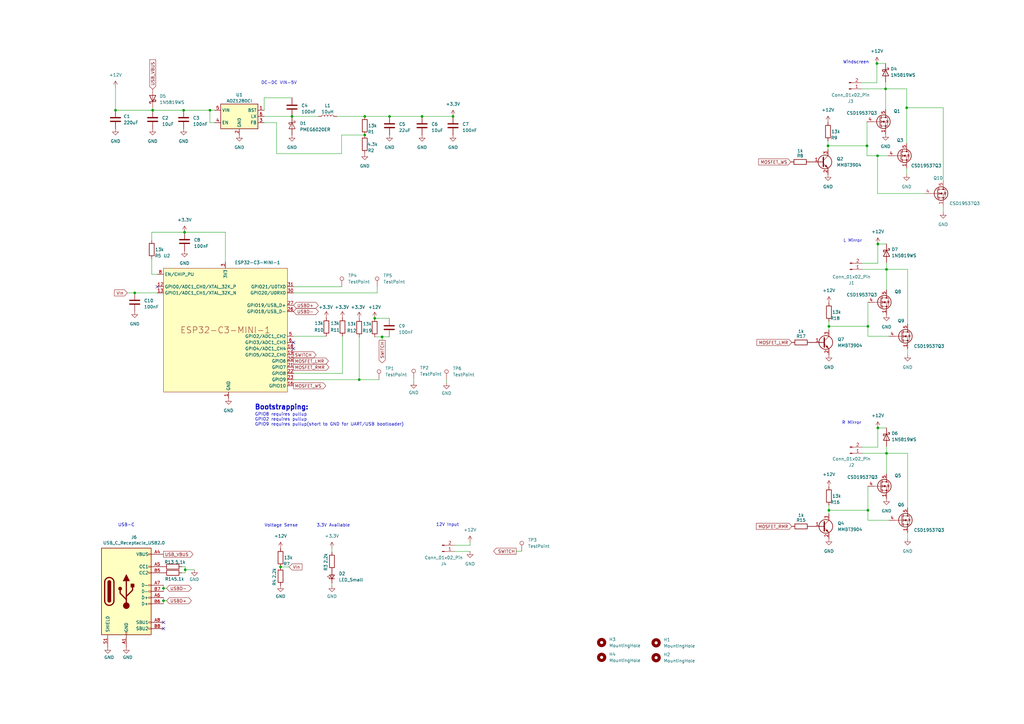
<source format=kicad_sch>
(kicad_sch (version 20230121) (generator eeschema)
  (paper "A3")
  (title_block (title "JonoTron-3000") (date "2023-09-26") (rev "0.2"))
  (lib_symbols
    (symbol "Connector:Conn_01x02_Pin" (pin_names (offset 1.016) hide)
      (property "Reference" "J" (at 0 2.54 0))
      (property "Value" "Conn_01x02_Pin" (at 0 -5.08 0))
      (symbol "Conn_01x02_Pin_1_1"
        (pin passive line (at 5.08 0 180) (length 3.81) (name "Pin_1") (number "1"))
        (pin passive line (at 5.08 -2.54 180) (length 3.81) (name "Pin_2") (number "2"))
      )
    )
    (symbol "Connector:TestPoint" (pin_numbers hide) (pin_names (offset 0.762) hide)
      (property "Reference" "TP" (at 0 6.858 0))
      (property "Value" "TestPoint" (at 0 5.08 0))
      (symbol "TestPoint_1_1"
        (pin passive line (at 0 0 90) (length 2.54) (name "1") (number "1"))
      )
    )
    (symbol "Device:C" (pin_numbers hide) (pin_names (offset 0.254))
      (property "Reference" "C" (at 0.635 2.54 0))
      (property "Value" "C" (at 0.635 -2.54 0))
      (symbol "C_1_1"
        (pin passive line (at 0 3.81 270) (length 2.794) (name "~") (number "1"))
        (pin passive line (at 0 -3.81 90) (length 2.794) (name "~") (number "2"))
      )
    )
    (symbol "Device:L" (pin_numbers hide) (pin_names (offset 1.016) hide)
      (property "Reference" "L" (at -1.27 0 90))
      (property "Value" "L" (at 1.905 0 90))
      (symbol "L_1_1"
        (pin passive line (at 0 3.81 270) (length 1.27) (name "1") (number "1"))
        (pin passive line (at 0 -3.81 90) (length 1.27) (name "2") (number "2"))
      )
    )
    (symbol "Device:LED_Small" (pin_numbers hide) (pin_names (offset 0.254) hide)
      (property "Reference" "D" (at -1.27 3.175 0))
      (property "Value" "LED_Small" (at -4.445 -2.54 0))
      (symbol "LED_Small_1_1"
        (pin passive line (at -2.54 0 0) (length 1.778) (name "K") (number "1"))
        (pin passive line (at 2.54 0 180) (length 1.778) (name "A") (number "2"))
      )
    )
    (symbol "Device:R" (pin_numbers hide) (pin_names (offset 0))
      (property "Reference" "R" (at 2.032 0 90))
      (property "Value" "R" (at 0 0 90))
      (symbol "R_1_1"
        (pin passive line (at 0 3.81 270) (length 1.27) (name "~") (number "1"))
        (pin passive line (at 0 -3.81 90) (length 1.27) (name "~") (number "2"))
      )
    )
    (symbol "Diode:1N5819WS" (pin_numbers hide) (pin_names (offset 1.016) hide)
      (property "Reference" "D" (at 0 2.54 0))
      (property "Value" "1N5819WS" (at 0 -2.54 0))
      (symbol "1N5819WS_1_1"
        (pin passive line (at -3.81 0 0) (length 2.54) (name "K") (number "1"))
        (pin passive line (at 3.81 0 180) (length 2.54) (name "A") (number "2"))
      )
    )
    (symbol "Diode:PMEG6020ER" (pin_numbers hide) (pin_names hide)
      (property "Reference" "D" (at 0 2.54 0))
      (property "Value" "PMEG6020ER" (at 0 -2.54 0))
      (symbol "PMEG6020ER_1_1"
        (pin passive line (at -3.81 0 0) (length 2.54) (name "K") (number "1"))
        (pin passive line (at 3.81 0 180) (length 2.54) (name "A") (number "2"))
      )
    )
    (symbol "Espressif:ESP32-C3-MINI-1"
      (property "Reference" "U2" (at -25.4 30.48 0))
      (property "Value" "ESP32-C3-MINI-1" (at -25.4 27.94 0))
      (symbol "ESP32-C3-MINI-1_0_0"
        (text "ESP32-C3-MINI-1" (at 0 0 0) (effects (font (size 2.54 2.54))))
      )
      (symbol "ESP32-C3-MINI-1_1_1"
        (pin passive line (at 1.27 -27.94 90) (length 2.54) (name "GND") (number "1"))
        (pin no_connect line (at -25.4 2.54 0) (length 2.54) hide (name "NC") (number "10"))
        (pin passive line (at 1.27 -27.94 90) (length 2.54) hide (name "GND") (number "11"))
        (pin bidirectional line (at -27.94 17.78 0) (length 2.54) (name "GPIO0/ADC1_CH0/XTAL_32K_P") (number "12"))
        (pin bidirectional line (at -27.94 15.24 0) (length 2.54) (name "GPIO1/ADC1_CH1/XTAL_32K_N") (number "13"))
        (pin passive line (at 1.27 -27.94 90) (length 2.54) hide (name "GND") (number "14"))
        (pin no_connect line (at -25.4 0 0) (length 2.54) hide (name "NC") (number "15"))
        (pin bidirectional line (at 27.94 -22.86 180) (length 2.54) (name "GPIO10") (number "16"))
        (pin no_connect line (at -25.4 -2.54 0) (length 2.54) hide (name "NC") (number "17"))
        (pin bidirectional line (at 27.94 -7.62 180) (length 2.54) (name "GPIO4/ADC1_CH4") (number "18"))
        (pin bidirectional line (at 27.94 -10.16 180) (length 2.54) (name "GPIO5/ADC2_CH0") (number "19"))
        (pin passive line (at 1.27 -27.94 90) (length 2.54) hide (name "GND") (number "2"))
        (pin bidirectional line (at 27.94 -12.7 180) (length 2.54) (name "GPIO6") (number "20"))
        (pin bidirectional line (at 27.94 -15.24 180) (length 2.54) (name "GPIO7") (number "21"))
        (pin bidirectional line (at 27.94 -17.78 180) (length 2.54) (name "GPIO8") (number "22"))
        (pin bidirectional line (at 27.94 -20.32 180) (length 2.54) (name "GPIO9") (number "23"))
        (pin no_connect line (at -25.4 -5.08 0) (length 2.54) hide (name "NC") (number "24"))
        (pin no_connect line (at -25.4 -7.62 0) (length 2.54) hide (name "NC") (number "25"))
        (pin bidirectional line (at 27.94 7.62 180) (length 2.54) (name "GPIO18/USB_D-") (number "26"))
        (pin bidirectional line (at 27.94 10.16 180) (length 2.54) (name "GPIO19/USB_D+") (number "27"))
        (pin no_connect line (at -25.4 -10.16 0) (length 2.54) hide (name "NC") (number "28"))
        (pin no_connect line (at -25.4 -12.7 0) (length 2.54) hide (name "NC") (number "29"))
        (pin power_in line (at 0 27.94 270) (length 2.54) (name "3V3") (number "3"))
        (pin bidirectional line (at 27.94 15.24 180) (length 2.54) (name "GPIO20/U0RXD") (number "30"))
        (pin bidirectional line (at 27.94 17.78 180) (length 2.54) (name "GPIO21/U0TXD") (number "31"))
        (pin no_connect line (at -25.4 -15.24 0) (length 2.54) hide (name "NC") (number "32"))
        (pin no_connect line (at -25.4 -17.78 0) (length 2.54) hide (name "NC") (number "33"))
        (pin no_connect line (at -25.4 -20.32 0) (length 2.54) hide (name "NC") (number "34"))
        (pin no_connect line (at -25.4 -22.86 0) (length 2.54) hide (name "NC") (number "35"))
        (pin passive line (at 1.27 -27.94 90) (length 2.54) hide (name "GND") (number "36"))
        (pin passive line (at 1.27 -27.94 90) (length 2.54) hide (name "GND") (number "37"))
        (pin passive line (at 1.27 -27.94 90) (length 2.54) hide (name "GND") (number "38"))
        (pin passive line (at 1.27 -27.94 90) (length 2.54) hide (name "GND") (number "39"))
        (pin no_connect line (at -25.4 10.16 0) (length 2.54) hide (name "NC") (number "4"))
        (pin passive line (at 1.27 -27.94 90) (length 2.54) hide (name "GND") (number "40"))
        (pin passive line (at 1.27 -27.94 90) (length 2.54) hide (name "GND") (number "41"))
        (pin passive line (at 1.27 -27.94 90) (length 2.54) hide (name "GND") (number "42"))
        (pin passive line (at 1.27 -27.94 90) (length 2.54) hide (name "GND") (number "43"))
        (pin passive line (at 1.27 -27.94 90) (length 2.54) hide (name "GND") (number "44"))
        (pin passive line (at 1.27 -27.94 90) (length 2.54) hide (name "GND") (number "45"))
        (pin passive line (at 1.27 -27.94 90) (length 2.54) hide (name "GND") (number "46"))
        (pin passive line (at 1.27 -27.94 90) (length 2.54) hide (name "GND") (number "47"))
        (pin passive line (at 1.27 -27.94 90) (length 2.54) hide (name "GND") (number "48"))
        (pin passive line (at 1.27 -27.94 90) (length 2.54) hide (name "GND") (number "49"))
        (pin bidirectional line (at 27.94 -2.54 180) (length 2.54) (name "GPIO2/ADC1_CH2") (number "5"))
        (pin passive line (at 1.27 -27.94 90) (length 2.54) hide (name "GND") (number "50"))
        (pin passive line (at 1.27 -27.94 90) (length 2.54) hide (name "GND") (number "51"))
        (pin passive line (at 1.27 -27.94 90) (length 2.54) hide (name "GND") (number "52"))
        (pin passive line (at 1.27 -27.94 90) (length 2.54) hide (name "GND") (number "53"))
        (pin bidirectional line (at 27.94 -5.08 180) (length 2.54) (name "GPIO3/ADC1_CH3") (number "6"))
        (pin no_connect line (at -25.4 7.62 0) (length 2.54) hide (name "NC") (number "7"))
        (pin input line (at -27.94 22.86 0) (length 2.54) (name "EN/CHIP_PU") (number "8"))
        (pin no_connect line (at -25.4 5.08 0) (length 2.54) hide (name "NC") (number "9"))
      )
    )
    (symbol "Mechanical:MountingHole" (pin_names (offset 1.016))
      (property "Reference" "H" (at 0 5.08 0))
      (property "Value" "MountingHole" (at 0 3.175 0))
    )
    (symbol "Regulator_Switching:AOZ1280CI"
      (property "Reference" "U" (at -6.35 -6.35 0))
      (property "Value" "AOZ1280CI" (at -2.54 6.35 0))
      (symbol "AOZ1280CI_1_1"
        (pin input line (at 10.16 2.54 180) (length 2.54) (name "BST") (number "1"))
        (pin power_in line (at 0 -7.62 90) (length 2.54) (name "GND") (number "2"))
        (pin input line (at 10.16 -2.54 180) (length 2.54) (name "FB") (number "3"))
        (pin input line (at -10.16 -2.54 0) (length 2.54) (name "EN") (number "4"))
        (pin power_in line (at -10.16 2.54 0) (length 2.54) (name "VIN") (number "5"))
        (pin power_out line (at 10.16 0 180) (length 2.54) (name "LX") (number "6"))
      )
    )
    (symbol "Transistor_BJT:MMBT3904" (pin_names (offset 0) hide)
      (property "Reference" "Q" (at 5.08 1.905 0))
      (property "Value" "MMBT3904" (at 5.08 0 0))
      (symbol "MMBT3904_1_1"
        (pin input line (at -5.08 0 0) (length 5.715) (name "B") (number "1"))
        (pin passive line (at 2.54 -5.08 90) (length 2.54) (name "E") (number "2"))
        (pin passive line (at 2.54 5.08 270) (length 2.54) (name "C") (number "3"))
      )
    )
    (symbol "Transistor_FET:CSD19537Q3" (pin_names hide)
      (property "Reference" "Q" (at 5.08 1.905 0))
      (property "Value" "CSD19537Q3" (at 5.08 0 0))
      (symbol "CSD19537Q3_1_1"
        (pin passive line (at 2.54 -5.08 90) (length 2.54) (name "S") (number "1"))
        (pin passive line (at 2.54 -5.08 90) (length 2.54) hide (name "S") (number "2"))
        (pin passive line (at 2.54 -5.08 90) (length 2.54) hide (name "S") (number "3"))
        (pin passive line (at -5.08 0 0) (length 2.54) (name "G") (number "4"))
        (pin passive line (at 2.54 5.08 270) (length 2.54) (name "D") (number "5"))
      )
    )
    (symbol "hardware_nrf52840_pa_beacon_hat:USB_C_Receptacle_USB2.0-Connector" (pin_names (offset 1.016))
      (property "Reference" "J" (at -10.16 19.05 0))
      (property "Value" "USB_C_Receptacle_USB2.0-Connector" (at 19.05 19.05 0))
      (symbol "USB_C_Receptacle_USB2.0-Connector_1_1"
        (pin power_in line (at 0 -22.86 90) (length 5.08) (name "GND") (number "A1"))
        (pin passive line (at 0 -22.86 90) (length 5.08) hide (name "GND") (number "A12"))
        (pin power_in line (at 15.24 15.24 180) (length 5.08) (name "VBUS") (number "A4"))
        (pin bidirectional line (at 15.24 10.16 180) (length 5.08) (name "CC1") (number "A5"))
        (pin bidirectional line (at 15.24 -2.54 180) (length 5.08) (name "D+") (number "A6"))
        (pin bidirectional line (at 15.24 2.54 180) (length 5.08) (name "D-") (number "A7"))
        (pin bidirectional line (at 15.24 -12.7 180) (length 5.08) (name "SBU1") (number "A8"))
        (pin passive line (at 15.24 15.24 180) (length 5.08) hide (name "VBUS") (number "A9"))
        (pin passive line (at 0 -22.86 90) (length 5.08) hide (name "GND") (number "B1"))
        (pin passive line (at 0 -22.86 90) (length 5.08) hide (name "GND") (number "B12"))
        (pin passive line (at 15.24 15.24 180) (length 5.08) hide (name "VBUS") (number "B4"))
        (pin bidirectional line (at 15.24 7.62 180) (length 5.08) (name "CC2") (number "B5"))
        (pin bidirectional line (at 15.24 -5.08 180) (length 5.08) (name "D+") (number "B6"))
        (pin bidirectional line (at 15.24 0 180) (length 5.08) (name "D-") (number "B7"))
        (pin bidirectional line (at 15.24 -15.24 180) (length 5.08) (name "SBU2") (number "B8"))
        (pin passive line (at 15.24 15.24 180) (length 5.08) hide (name "VBUS") (number "B9"))
        (pin passive line (at -7.62 -22.86 90) (length 5.08) (name "SHIELD") (number "S1"))
      )
    )
    (symbol "power:+12V" (power) (pin_names (offset 0))
      (property "Value" "+12V" (at 0 3.556 0))
      (symbol "+12V_1_1"
        (pin power_in line (at 0 0 90) (length 0) hide (name "+12V") (number "1"))
      )
    )
    (symbol "power:+3.3V" (power) (pin_names (offset 0))
      (property "Value" "+3.3V" (at 0 3.556 0))
      (symbol "+3.3V_1_1"
        (pin power_in line (at 0 0 90) (length 0) hide (name "+3.3V") (number "1"))
      )
    )
    (symbol "power:GND" (power) (pin_names (offset 0))
      (property "Value" "GND" (at 0 -3.81 0))
      (symbol "GND_1_1"
        (pin power_in line (at 0 0 270) (length 0) hide (name "GND") (number "1"))
      )
    )
  )
  (junction (at 339.979 133.858))
  (junction (at 159.766 47.752))
  (junction (at 149.606 47.752))
  (junction (at 75.311 45.212))
  (junction (at 47.371 45.212))
  (junction (at 355.981 209.296))
  (junction (at 153.67 130.556))
  (junction (at 359.664 26.035))
  (junction (at 147.32 155.702))
  (junction (at 156.718 138.176))
  (junction (at 75.946 233.68))
  (junction (at 185.801 47.752))
  (junction (at 355.6 59.817))
  (junction (at 173.101 47.752))
  (junction (at 62.611 45.212))
  (junction (at 363.601 185.928))
  (junction (at 355.981 133.858))
  (junction (at 55.245 120.142))
  (junction (at 149.606 55.372))
  (junction (at 86.106 45.212))
  (junction (at 115.062 232.537))
  (junction (at 75.692 95.25))
  (junction (at 359.918 63.881))
  (junction (at 363.601 110.49))
  (junction (at 67.056 241.3))
  (junction (at 339.979 209.296))
  (junction (at 119.761 47.752))
  (junction (at 339.598 59.817))
  (junction (at 363.22 36.449))
  (junction (at 360.045 175.514))
  (junction (at 67.056 246.38))
  (junction (at 371.856 44.196))
  (junction (at 360.045 100.076))
  (no_connect (at 120.396 140.462))
  (no_connect (at 64.516 117.602))
  (no_connect (at 67.056 257.81))
  (no_connect (at 67.056 255.27))
  (no_connect (at 120.396 143.002))
  (wire (pts (xy 67.056 246.38) (xy 67.056 247.65)))
  (wire (pts (xy 360.045 100.076) (xy 360.045 107.95)))
  (wire (pts (xy 355.981 123.952) (xy 355.981 133.858)))
  (wire (pts (xy 363.601 107.696) (xy 363.601 110.49)))
  (wire (pts (xy 339.598 57.785) (xy 339.598 59.817)))
  (wire (pts (xy 353.695 107.95) (xy 360.045 107.95)))
  (wire (pts (xy 136.144 224.917) (xy 136.144 226.441)))
  (wire (pts (xy 353.314 36.449) (xy 363.22 36.449)))
  (wire (pts (xy 68.326 241.3) (xy 67.056 241.3)))
  (wire (pts (xy 120.396 137.922) (xy 133.858 137.922)))
  (wire (pts (xy 353.314 33.909) (xy 359.664 33.909)))
  (wire (pts (xy 386.842 74.295) (xy 386.842 44.196)))
  (wire (pts (xy 339.979 133.858) (xy 339.979 135.382)))
  (wire (pts (xy 371.856 71.501) (xy 371.856 68.961)))
  (wire (pts (xy 140.081 55.372) (xy 149.606 55.372)))
  (wire (pts (xy 363.601 185.928) (xy 372.237 185.928)))
  (wire (pts (xy 372.237 110.49) (xy 372.237 132.842)))
  (wire (pts (xy 67.056 241.3) (xy 67.056 242.57)))
  (wire (pts (xy 186.436 226.187) (xy 192.786 226.187)))
  (wire (pts (xy 360.045 100.076) (xy 363.601 100.076)))
  (wire (pts (xy 75.311 45.212) (xy 86.106 45.212)))
  (wire (pts (xy 386.842 86.995) (xy 386.842 84.455)))
  (wire (pts (xy 372.237 185.928) (xy 372.237 208.28)))
  (wire (pts (xy 339.979 207.264) (xy 339.979 209.296)))
  (wire (pts (xy 355.981 209.296) (xy 355.981 213.36)))
  (wire (pts (xy 140.462 153.162) (xy 140.462 137.922)))
  (wire (pts (xy 363.601 185.928) (xy 363.601 194.31)))
  (wire (pts (xy 52.197 120.142) (xy 55.245 120.142)))
  (wire (pts (xy 355.6 59.817) (xy 355.6 63.881)))
  (wire (pts (xy 55.245 120.142) (xy 64.516 120.142)))
  (wire (pts (xy 360.045 175.514) (xy 363.601 175.514)))
  (wire (pts (xy 62.23 112.522) (xy 64.516 112.522)))
  (wire (pts (xy 353.695 110.49) (xy 363.601 110.49)))
  (wire (pts (xy 183.134 156.972) (xy 183.134 155.702)))
  (wire (pts (xy 363.601 183.134) (xy 363.601 185.928)))
  (wire (pts (xy 353.695 183.388) (xy 360.045 183.388)))
  (wire (pts (xy 108.331 50.292) (xy 113.411 50.292)))
  (wire (pts (xy 62.23 106.172) (xy 62.23 112.522)))
  (wire (pts (xy 156.718 138.176) (xy 156.718 139.573)))
  (wire (pts (xy 68.326 246.38) (xy 67.056 246.38)))
  (wire (pts (xy 355.981 199.39) (xy 355.981 209.296)))
  (wire (pts (xy 47.371 45.212) (xy 62.611 45.212)))
  (wire (pts (xy 372.237 220.98) (xy 372.237 218.44)))
  (wire (pts (xy 113.411 50.292) (xy 113.411 62.992)))
  (wire (pts (xy 136.144 240.157) (xy 136.144 239.141)))
  (wire (pts (xy 360.045 175.514) (xy 360.045 183.388)))
  (wire (pts (xy 192.786 222.377) (xy 192.786 223.647)))
  (wire (pts (xy 67.056 240.03) (xy 67.056 241.3)))
  (wire (pts (xy 119.761 47.752) (xy 130.556 47.752)))
  (wire (pts (xy 120.396 120.142) (xy 154.686 120.142)))
  (wire (pts (xy 108.331 47.752) (xy 119.761 47.752)))
  (wire (pts (xy 140.081 62.992) (xy 140.081 55.372)))
  (wire (pts (xy 67.056 245.11) (xy 67.056 246.38)))
  (wire (pts (xy 120.396 117.602) (xy 140.208 117.602)))
  (wire (pts (xy 359.918 63.881) (xy 364.236 63.881)))
  (wire (pts (xy 359.664 26.035) (xy 363.22 26.035)))
  (wire (pts (xy 62.611 45.212) (xy 75.311 45.212)))
  (wire (pts (xy 355.6 63.881) (xy 359.918 63.881)))
  (wire (pts (xy 339.979 209.296) (xy 355.981 209.296)))
  (wire (pts (xy 115.062 232.537) (xy 118.618 232.537)))
  (wire (pts (xy 156.718 138.176) (xy 159.639 138.176)))
  (wire (pts (xy 62.23 98.552) (xy 62.23 95.25)))
  (wire (pts (xy 355.981 137.922) (xy 364.617 137.922)))
  (wire (pts (xy 355.981 133.858) (xy 355.981 137.922)))
  (wire (pts (xy 211.709 226.06) (xy 213.995 226.06)))
  (wire (pts (xy 92.456 107.442) (xy 92.456 95.25)))
  (wire (pts (xy 355.6 49.911) (xy 355.6 59.817)))
  (wire (pts (xy 149.606 47.752) (xy 159.766 47.752)))
  (wire (pts (xy 75.946 233.68) (xy 75.946 232.41)))
  (wire (pts (xy 192.786 223.647) (xy 186.436 223.647)))
  (wire (pts (xy 108.331 45.212) (xy 108.331 40.132)))
  (wire (pts (xy 159.766 47.752) (xy 173.101 47.752)))
  (wire (pts (xy 363.22 33.655) (xy 363.22 36.449)))
  (wire (pts (xy 372.237 145.542) (xy 372.237 143.002)))
  (wire (pts (xy 62.23 95.25) (xy 75.692 95.25)))
  (wire (pts (xy 363.22 36.449) (xy 371.856 36.449)))
  (wire (pts (xy 120.396 153.162) (xy 140.462 153.162)))
  (wire (pts (xy 153.67 138.176) (xy 156.718 138.176)))
  (wire (pts (xy 169.672 156.718) (xy 169.672 155.448)))
  (wire (pts (xy 62.611 44.196) (xy 62.611 45.212)))
  (wire (pts (xy 86.106 45.212) (xy 86.106 50.292)))
  (wire (pts (xy 147.32 155.702) (xy 155.448 155.702)))
  (wire (pts (xy 75.946 234.95) (xy 75.946 233.68)))
  (wire (pts (xy 355.981 213.36) (xy 364.617 213.36)))
  (wire (pts (xy 108.331 40.132) (xy 119.761 40.132)))
  (wire (pts (xy 371.856 44.196) (xy 371.856 58.801)))
  (wire (pts (xy 339.598 59.817) (xy 355.6 59.817)))
  (wire (pts (xy 147.32 138.176) (xy 147.32 155.702)))
  (wire (pts (xy 359.918 79.375) (xy 359.918 63.881)))
  (wire (pts (xy 363.601 110.49) (xy 363.601 118.872)))
  (wire (pts (xy 363.22 36.449) (xy 363.22 44.831)))
  (wire (pts (xy 86.106 45.212) (xy 88.011 45.212)))
  (wire (pts (xy 379.222 79.375) (xy 359.918 79.375)))
  (wire (pts (xy 339.979 131.826) (xy 339.979 133.858)))
  (wire (pts (xy 75.946 233.68) (xy 79.756 233.68)))
  (wire (pts (xy 339.979 209.296) (xy 339.979 210.82)))
  (wire (pts (xy 386.842 44.196) (xy 371.856 44.196)))
  (wire (pts (xy 363.601 110.49) (xy 372.237 110.49)))
  (wire (pts (xy 353.695 185.928) (xy 363.601 185.928)))
  (wire (pts (xy 339.979 133.858) (xy 355.981 133.858)))
  (wire (pts (xy 339.598 59.817) (xy 339.598 61.341)))
  (wire (pts (xy 113.411 62.992) (xy 140.081 62.992)))
  (wire (pts (xy 47.371 35.814) (xy 47.371 45.212)))
  (wire (pts (xy 359.664 26.035) (xy 359.664 33.909)))
  (wire (pts (xy 120.396 155.702) (xy 147.32 155.702)))
  (wire (pts (xy 92.456 95.25) (xy 75.692 95.25)))
  (wire (pts (xy 154.686 120.142) (xy 154.686 117.602)))
  (wire (pts (xy 75.946 234.95) (xy 74.676 234.95)))
  (wire (pts (xy 153.67 130.556) (xy 159.639 130.556)))
  (wire (pts (xy 371.856 36.449) (xy 371.856 44.196)))
  (wire (pts (xy 173.101 47.752) (xy 185.801 47.752)))
  (wire (pts (xy 88.011 50.292) (xy 86.106 50.292)))
  (wire (pts (xy 75.946 232.41) (xy 74.676 232.41)))
  (wire (pts (xy 138.176 47.752) (xy 149.606 47.752)))
  (image (at 96.52 366.014) (scale 1.42131))
  (text "DC-DC VIN-5V" (at 107.061 34.798 0) (effects (font (size 1.27 1.27)) (justify left bottom)))
  (text "USB-C" (at 48.387 216.154 0) (effects (font (size 1.27 1.27)) (justify left bottom)))
  (text "12V Input" (at 178.816 216.027 0) (effects (font (size 1.27 1.27)) (justify left bottom)))
  (text "L Mirror" (at 345.821 99.568 0) (effects (font (size 1.27 1.27)) (justify left bottom)))
  (text "Bootstrapping:" (at 104.394 168.275 0) (effects (font (size 2 2) (thickness 0.4) bold) (justify left bottom)))
  (text "3.3V Available" (at 129.794 216.281 0) (effects (font (size 1.27 1.27)) (justify left bottom)))
  (text "Windscreen" (at 345.694 26.289 0) (effects (font (size 1.27 1.27)) (justify left bottom)))
  (text "GPIO8 requires pullup\nGPIO2 requires pullup\nGPIO9 requires pullup(short to GND for UART/USB bootloader)" (at 104.521 174.879 0) (effects (font (size 1.27 1.27)) (justify left bottom)))
  (text "R Mirror" (at 345.313 174.244 0) (effects (font (size 1.27 1.27)) (justify left bottom)))
  (text "Voltage Sense" (at 108.458 216.281 0) (effects (font (size 1.27 1.27)) (justify left bottom)))
  (global_label "VIn" (shape input) (at 52.197 120.142 180) (property "Intersheetrefs" "${INTERSHEET_REFS}" (effects hide)))
  (global_label "SWITCH" (shape output) (at 156.718 139.573 270) (property "Intersheetrefs" "${INTERSHEET_REFS}" (effects hide)))
  (global_label "USBD+" (shape bidirectional) (at 68.326 246.38 0) (property "Intersheetrefs" "${INTERSHEET_REFS}" (effects hide)))
  (global_label "MOSFET_WS" (shape output) (at 120.396 158.242 0) (property "Intersheetrefs" "${INTERSHEET_REFS}" (effects hide)))
  (global_label "VIn" (shape input) (at 118.618 232.537 0) (property "Intersheetrefs" "${INTERSHEET_REFS}" (effects hide)))
  (global_label "MOSFET_RMR" (shape output) (at 120.396 150.622 0) (property "Intersheetrefs" "${INTERSHEET_REFS}" (effects hide)))
  (global_label "USBD-" (shape bidirectional) (at 68.326 241.3 0) (property "Intersheetrefs" "${INTERSHEET_REFS}" (effects hide)))
  (global_label "SWITCH" (shape output) (at 211.709 226.06 180) (property "Intersheetrefs" "${INTERSHEET_REFS}" (effects hide)))
  (global_label "SWITCH" (shape output) (at 120.396 145.542 0) (property "Intersheetrefs" "${INTERSHEET_REFS}" (effects hide)))
  (global_label "USB_VBUS" (shape input) (at 62.611 36.576 90) (property "Intersheetrefs" "${INTERSHEET_REFS}" (effects hide)))
  (global_label "USBD+" (shape bidirectional) (at 120.396 125.222 0) (property "Intersheetrefs" "${INTERSHEET_REFS}" (effects hide)))
  (global_label "USBD-" (shape bidirectional) (at 120.396 127.762 0) (property "Intersheetrefs" "${INTERSHEET_REFS}" (effects hide)))
  (global_label "MOSFET_LMR" (shape output) (at 120.396 148.082 0) (property "Intersheetrefs" "${INTERSHEET_REFS}" (effects hide)))
  (global_label "MOSFET_WS" (shape input) (at 324.358 66.421 180) (property "Intersheetrefs" "${INTERSHEET_REFS}" (effects hide)))
  (global_label "MOSFET_LMR" (shape input) (at 324.739 140.462 180) (property "Intersheetrefs" "${INTERSHEET_REFS}" (effects hide)))
  (global_label "USB_VBUS" (shape output) (at 67.056 227.33 0) (property "Intersheetrefs" "${INTERSHEET_REFS}" (effects hide)))
  (global_label "MOSFET_RMR" (shape input) (at 324.739 215.9 180) (property "Intersheetrefs" "${INTERSHEET_REFS}" (effects hide)))
  (symbol (lib_id "Device:R") (at 136.144 230.251 180) (unit 1)
    (property "Reference" "R3" (at 133.604 232.791 90))
    (property "Value" "2.2k" (at 133.604 228.981 90))
    (property "Footprint" "Resistor_SMD:R_0603_1608Metric" (effects hide))
    (property "lcsc" "C4190" (effects hide))
  )
  (symbol (lib_id "power:GND") (at 62.611 52.832 0) (unit 1)
    (property "Reference" "#PWR07" (effects hide))
    (property "Value" "GND" (at 62.611 57.912 0))
  )
  (symbol (lib_id "Device:R") (at 115.062 228.727 0) (unit 1)
    (property "Reference" "R7" (at 117.602 231.267 0))
    (property "Value" "13k" (at 118.237 228.727 0))
    (property "Footprint" "Resistor_SMD:R_0603_1608Metric" (effects hide))
    (property "lcsc" "C22797" (effects hide))
  )
  (symbol (lib_id "power:+3.3V") (at 140.462 130.302 0) (unit 1)
    (property "Reference" "#PWR033" (effects hide))
    (property "Value" "+3.3V" (at 140.208 125.984 0))
  )
  (symbol (lib_id "Transistor_FET:CSD19537Q3") (at 384.302 79.375 0) (unit 1)
    (property "Reference" "Q10" (at 382.778 73.025 0) (effects (justify left)))
    (property "Value" "CSD19537Q3" (at 389.382 83.439 0) (effects (justify left)))
    (property "Footprint" "Package_SON:VSON-8_3.3x3.3mm_P0.65mm_NexFET" (effects hide))
    (property "Datasheet" "http://www.ti.com/lit/ds/symlink/csd19537q3.pdf" (effects hide))
    (property "lcsc" "C315567" (effects hide))
  )
  (symbol (lib_id "power:GND") (at 44.196 265.43 0) (unit 1)
    (property "Reference" "#PWR035" (effects hide))
    (property "Value" "GND" (at 44.7548 269.621 0))
  )
  (symbol (lib_id "hardware_nrf52840_pa_beacon_hat:USB_C_Receptacle_USB2.0-Connector") (at 51.816 242.57 0) (unit 1)
    (property "Reference" "J6" (at 54.9656 220.345 0))
    (property "Value" "USB_C_Receptacle_USB2.0" (at 54.9656 222.6564 0))
    (property "Footprint" "Connector_USB:USB_C_Receptacle_HRO_TYPE-C-31-M-12" (effects hide))
    (property "Datasheet" "https://datasheet.lcsc.com/szlcsc/1811131825_Korean-Hroparts-Elec-TYPE-C-31-M-12_C165948.pdf" (effects hide))
    (property "lcsc_part_number" "C165948" (effects hide))
    (property "lcsc_url" "https://lcsc.com/product-detail/USB-Connectors_Korean-Hroparts-Elec-TYPE-C-31-M-12_C165948.html" (effects hide))
    (property "lcsc_min_qty" "1" (effects hide))
    (property "mfr_part_number" "TYPE-C-31-M-12" (effects hide))
    (property "package" "8.94*7.3mm" (effects hide))
  )
  (symbol (lib_id "power:GND") (at 363.601 129.032 0) (unit 1)
    (property "Reference" "#PWR043" (effects hide))
    (property "Value" "GND" (at 363.601 134.112 0))
  )
  (symbol (lib_id "power:+12V") (at 339.979 124.206 0) (unit 1)
    (property "Reference" "#PWR05" (effects hide))
    (property "Value" "+12V" (at 339.979 119.126 0))
  )
  (symbol (lib_id "Connector:TestPoint") (at 154.686 117.602 0) (unit 1)
    (property "Reference" "TP5" (at 157.226 113.03 0) (effects (justify left)))
    (property "Value" "TestPoint" (at 157.226 115.57 0) (effects (justify left)))
    (property "Footprint" "TestPoint:TestPoint_Pad_D1.0mm" (effects hide))
  )
  (symbol (lib_id "power:+12V") (at 359.664 26.035 0) (unit 1)
    (property "Reference" "#PWR06" (effects hide))
    (property "Value" "+12V" (at 359.664 20.955 0))
  )
  (symbol (lib_id "power:GND") (at 75.692 102.87 0) (unit 1)
    (property "Reference" "#PWR023" (effects hide))
    (property "Value" "GND" (at 75.692 107.95 0))
  )
  (symbol (lib_id "Transistor_FET:CSD19537Q3") (at 361.061 123.952 0) (unit 1)
    (property "Reference" "Q8" (at 366.903 119.634 0) (effects (justify left)))
    (property "Value" "CSD19537Q3" (at 347.218 120.904 0) (effects (justify left)))
    (property "Footprint" "Package_SON:VSON-8_3.3x3.3mm_P0.65mm_NexFET" (effects hide))
    (property "Datasheet" "http://www.ti.com/lit/ds/symlink/csd19537q3.pdf" (effects hide))
    (property "lcsc" "C315567" (effects hide))
  )
  (symbol (lib_id "power:+12V") (at 153.67 130.556 0) (unit 1)
    (property "Reference" "#PWR04" (effects hide))
    (property "Value" "+12V" (at 153.67 125.984 0))
  )
  (symbol (lib_id "Device:C") (at 75.692 99.06 0) (unit 1)
    (property "Reference" "C8" (at 79.502 98.425 0) (effects (justify left)))
    (property "Value" "100nF" (at 79.502 100.965 0) (effects (justify left)))
    (property "Footprint" "Capacitor_SMD:C_0603_1608Metric" (effects hide))
    (property "lcsc" "C30926" (effects hide))
  )
  (symbol (lib_id "power:+3.3V") (at 133.858 130.302 0) (unit 1)
    (property "Reference" "#PWR032" (effects hide))
    (property "Value" "+3.3V" (at 133.604 125.984 0))
  )
  (symbol (lib_id "Device:R") (at 153.67 134.366 0) (unit 1)
    (property "Reference" "R19" (at 150.622 135.636 0))
    (property "Value" "13k" (at 150.622 132.842 0))
    (property "Footprint" "Resistor_SMD:R_0603_1608Metric" (effects hide))
    (property "lcsc" "C22797" (effects hide))
  )
  (symbol (lib_id "power:+3.3V") (at 136.144 224.917 0) (unit 1)
    (property "Reference" "#PWR018" (effects hide))
    (property "Value" "+3.3V" (at 136.144 219.837 0))
  )
  (symbol (lib_id "power:GND") (at 173.101 55.372 0) (unit 1)
    (property "Reference" "#PWR014" (effects hide))
    (property "Value" "GND" (at 173.101 60.452 0))
  )
  (symbol (lib_id "power:GND") (at 115.062 240.157 0) (unit 1)
    (property "Reference" "#PWR026" (effects hide))
    (property "Value" "GND" (at 115.062 244.602 0))
  )
  (symbol (lib_id "power:+3.3V") (at 185.801 47.752 0) (unit 1)
    (property "Reference" "#PWR015" (effects hide))
    (property "Value" "+3.3V" (at 185.801 42.672 0))
  )
  (symbol (lib_id "Device:C") (at 173.101 51.562 0) (unit 1)
    (property "Reference" "C6" (at 176.911 50.927 0) (effects (justify left)))
    (property "Value" "10uF" (at 176.911 53.467 0) (effects (justify left)))
    (property "Footprint" "Capacitor_SMD:C_0603_1608Metric" (effects hide))
    (property "lcsc" "C30926" (effects hide))
  )
  (symbol (lib_id "power:GND") (at 98.171 55.372 0) (unit 1)
    (property "Reference" "#PWR09" (effects hide))
    (property "Value" "GND" (at 98.171 60.452 0))
  )
  (symbol (lib_id "power:GND") (at 79.756 233.68 0) (unit 1)
    (property "Reference" "#PWR037" (effects hide))
    (property "Value" "GND" (at 81.7366 237.6479 0) (effects (justify right)))
  )
  (symbol (lib_id "power:+12V") (at 360.045 100.076 0) (unit 1)
    (property "Reference" "#PWR042" (effects hide))
    (property "Value" "+12V" (at 360.045 94.996 0))
  )
  (symbol (lib_id "Device:R") (at 339.598 53.975 0) (unit 1)
    (property "Reference" "R9" (at 342.138 56.515 0))
    (property "Value" "13k" (at 342.773 53.975 0))
    (property "Footprint" "Resistor_SMD:R_0603_1608Metric" (effects hide))
    (property "lcsc" "C22797" (effects hide))
  )
  (symbol (lib_id "power:+12V") (at 339.979 199.644 0) (unit 1)
    (property "Reference" "#PWR027" (effects hide))
    (property "Value" "+12V" (at 339.979 194.564 0))
  )
  (symbol (lib_id "Diode:1N5819WS") (at 363.601 179.324 270) (unit 1)
    (property "Reference" "D6" (at 365.633 177.7365 90) (effects (justify left)))
    (property "Value" "1N5819WS" (at 365.633 180.2765 90) (effects (justify left)))
    (property "Footprint" "Diode_SMD:D_SOD-323" (effects hide))
    (property "Datasheet" "https://datasheet.lcsc.com/lcsc/2204281430_Guangdong-Hottech-1N5819WS_C191023.pdf" (effects hide))
    (property "lcsc" "C2927280" (effects hide))
  )
  (symbol (lib_id "Mechanical:MountingHole") (at 246.761 269.621 0) (unit 1)
    (property "Reference" "H4" (at 249.809 268.351 0) (effects (justify left)))
    (property "Value" "MountingHole" (at 249.809 270.891 0) (effects (justify left)))
    (property "Footprint" "MountingHole:MountingHole_4.3mm_M4_Pad_Via" (effects hide))
  )
  (symbol (lib_id "power:GND") (at 149.606 62.992 0) (unit 1)
    (property "Reference" "#PWR011" (effects hide))
    (property "Value" "GND" (at 149.606 68.072 0))
  )
  (symbol (lib_id "Transistor_BJT:MMBT3904") (at 337.058 66.421 0) (unit 1)
    (property "Reference" "Q2" (at 343.154 65.151 0) (effects (justify left)))
    (property "Value" "MMBT3904" (at 343.154 67.691 0) (effects (justify left)))
    (property "Footprint" "Package_TO_SOT_SMD:SOT-23" (effects hide))
    (property "Datasheet" "https://www.onsemi.com/pdf/datasheet/pzt3904-d.pdf" (effects hide))
    (property "lcsc" "C8512" (effects hide))
  )
  (symbol (lib_id "Diode:1N5819WS") (at 363.601 103.886 270) (unit 1)
    (property "Reference" "D7" (at 365.633 102.2985 90) (effects (justify left)))
    (property "Value" "1N5819WS" (at 365.633 104.8385 90) (effects (justify left)))
    (property "Footprint" "Diode_SMD:D_SOD-323" (effects hide))
    (property "Datasheet" "https://datasheet.lcsc.com/lcsc/2204281430_Guangdong-Hottech-1N5819WS_C191023.pdf" (effects hide))
    (property "lcsc" "C2927280" (effects hide))
  )
  (symbol (lib_id "power:GND") (at 192.786 226.187 0) (unit 1)
    (property "Reference" "#PWR03" (effects hide))
    (property "Value" "GND" (at 192.786 231.267 0))
  )
  (symbol (lib_id "power:GND") (at 363.22 54.991 0) (unit 1)
    (property "Reference" "#PWR020" (effects hide))
    (property "Value" "GND" (at 363.22 60.071 0))
  )
  (symbol (lib_id "Device:L") (at 134.366 47.752 90) (unit 1)
    (property "Reference" "L1" (at 134.366 43.307 90))
    (property "Value" "10uH" (at 134.366 45.847 90))
    (property "Footprint" "Inductor_SMD:L_Chilisin_BMRA00040415" (effects hide))
    (property "lcsc" "C2847473" (effects hide))
  )
  (symbol (lib_id "Device:R") (at 328.549 215.9 90) (unit 1)
    (property "Reference" "R15" (at 328.549 213.36 90))
    (property "Value" "1k" (at 328.549 211.328 90))
    (property "Footprint" "Resistor_SMD:R_0603_1608Metric" (effects hide))
    (property "lcsc" "C21190" (effects hide))
  )
  (symbol (lib_id "Device:R") (at 328.549 140.462 90) (unit 1)
    (property "Reference" "R17" (at 328.549 137.922 90))
    (property "Value" "1k" (at 328.549 135.89 90))
    (property "Footprint" "Resistor_SMD:R_0603_1608Metric" (effects hide))
    (property "lcsc" "C21190" (effects hide))
  )
  (symbol (lib_id "power:GND") (at 136.144 240.157 0) (unit 1)
    (property "Reference" "#PWR019" (effects hide))
    (property "Value" "GND" (at 136.144 244.602 0))
  )
  (symbol (lib_id "Device:R") (at 149.606 51.562 0) (unit 1)
    (property "Reference" "R1" (at 152.146 54.102 0))
    (property "Value" "13k" (at 152.781 51.562 0))
    (property "Footprint" "Resistor_SMD:R_0603_1608Metric" (effects hide))
    (property "lcsc" "C22797" (effects hide))
  )
  (symbol (lib_id "Connector:Conn_01x02_Pin") (at 348.234 36.449 0) (mirror x) (unit 1)
    (property "Reference" "J3" (at 348.869 41.529 0))
    (property "Value" "Conn_01x02_Pin" (at 348.869 38.989 0))
    (property "Footprint" "Acea:AMASS_XT60PW-F_1x02_P7.20mm_Horizontal" (effects hide))
    (property "lcsc" "C428722" (effects hide))
  )
  (symbol (lib_id "Transistor_FET:CSD19537Q3") (at 369.316 63.881 0) (unit 1)
    (property "Reference" "Q3" (at 367.792 57.531 0) (effects (justify left)))
    (property "Value" "CSD19537Q3" (at 373.634 67.945 0) (effects (justify left)))
    (property "Footprint" "Package_SON:VSON-8_3.3x3.3mm_P0.65mm_NexFET" (effects hide))
    (property "Datasheet" "http://www.ti.com/lit/ds/symlink/csd19537q3.pdf" (effects hide))
    (property "lcsc" "C315567" (effects hide))
  )
  (symbol (lib_id "Connector:TestPoint") (at 140.208 117.602 0) (unit 1)
    (property "Reference" "TP4" (at 142.748 113.03 0) (effects (justify left)))
    (property "Value" "TestPoint" (at 142.748 115.57 0) (effects (justify left)))
    (property "Footprint" "TestPoint:TestPoint_Pad_D1.0mm" (effects hide))
  )
  (symbol (lib_id "power:+12V") (at 192.786 222.377 0) (unit 1)
    (property "Reference" "#PWR02" (effects hide))
    (property "Value" "+12V" (at 192.786 217.297 0))
  )
  (symbol (lib_id "Device:C") (at 62.611 49.022 0) (unit 1)
    (property "Reference" "C2" (at 66.421 48.387 0) (effects (justify left)))
    (property "Value" "10uF" (at 66.421 50.927 0) (effects (justify left)))
    (property "Footprint" "Capacitor_SMD:C_0603_1608Metric" (effects hide))
    (property "lcsc" "C30926" (effects hide))
  )
  (symbol (lib_id "Device:LED_Small") (at 136.144 236.601 90) (unit 1)
    (property "Reference" "D2" (at 138.938 235.2675 90) (effects (justify right)))
    (property "Value" "LED_Small" (at 138.938 237.8075 90) (effects (justify right)))
    (property "Footprint" "LED_SMD:LED_0603_1608Metric" (effects hide))
    (property "lcsc" "C72038" (effects hide))
  )
  (symbol (lib_id "Transistor_FET:CSD19537Q3") (at 361.061 199.39 0) (unit 1)
    (property "Reference" "Q5" (at 366.903 195.072 0) (effects (justify left)))
    (property "Value" "CSD19537Q3" (at 347.472 195.707 0) (effects (justify left)))
    (property "Footprint" "Package_SON:VSON-8_3.3x3.3mm_P0.65mm_NexFET" (effects hide))
    (property "Datasheet" "http://www.ti.com/lit/ds/symlink/csd19537q3.pdf" (effects hide))
    (property "lcsc" "C315567" (effects hide))
  )
  (symbol (lib_id "Device:R") (at 149.606 59.182 0) (unit 1)
    (property "Reference" "R2" (at 152.146 61.722 0))
    (property "Value" "4.3k" (at 152.781 59.182 0))
    (property "Footprint" "Resistor_SMD:R_0603_1608Metric" (effects hide))
    (property "lcsc" "C23159" (effects hide))
  )
  (symbol (lib_id "Device:C") (at 119.761 43.942 0) (unit 1)
    (property "Reference" "C4" (at 123.571 43.307 0) (effects (justify left)))
    (property "Value" "100nF" (at 123.571 45.847 0) (effects (justify left)))
    (property "Footprint" "Capacitor_SMD:C_0603_1608Metric" (effects hide))
    (property "lcsc" "C30926" (effects hide))
  )
  (symbol (lib_id "Connector:TestPoint") (at 183.134 155.702 0) (unit 1)
    (property "Reference" "TP6" (at 185.674 151.13 0) (effects (justify left)))
    (property "Value" "TestPoint" (at 185.674 153.67 0) (effects (justify left)))
    (property "Footprint" "TestPoint:TestPoint_Pad_D1.0mm" (effects hide))
  )
  (symbol (lib_id "Diode:1N5819WS") (at 62.611 40.386 90) (unit 1)
    (property "Reference" "D5" (at 65.405 39.4335 90) (effects (justify right)))
    (property "Value" "1N5819WS" (at 65.405 41.9735 90) (effects (justify right)))
    (property "Footprint" "Diode_SMD:D_SOD-323" (effects hide))
    (property "Datasheet" "https://datasheet.lcsc.com/lcsc/2204281430_Guangdong-Hottech-1N5819WS_C191023.pdf" (effects hide))
    (property "lcsc" "C2927280" (effects hide))
  )
  (symbol (lib_id "power:+3.3V") (at 147.32 130.556 0) (unit 1)
    (property "Reference" "#PWR034" (effects hide))
    (property "Value" "+3.3V" (at 146.812 125.984 0))
  )
  (symbol (lib_id "power:GND") (at 119.761 55.372 0) (unit 1)
    (property "Reference" "#PWR010" (effects hide))
    (property "Value" "GND" (at 119.761 60.452 0))
  )
  (symbol (lib_id "Mechanical:MountingHole") (at 269.113 263.652 0) (unit 1)
    (property "Reference" "H1" (at 272.161 262.382 0) (effects (justify left)))
    (property "Value" "MountingHole" (at 272.161 264.922 0) (effects (justify left)))
    (property "Footprint" "MountingHole:MountingHole_2.5mm" (effects hide))
  )
  (symbol (lib_id "power:GND") (at 372.237 145.542 0) (unit 1)
    (property "Reference" "#PWR044" (effects hide))
    (property "Value" "GND" (at 372.237 150.622 0))
  )
  (symbol (lib_id "Transistor_BJT:MMBT3904") (at 337.439 140.462 0) (unit 1)
    (property "Reference" "Q7" (at 343.535 139.192 0) (effects (justify left)))
    (property "Value" "MMBT3904" (at 343.535 141.732 0) (effects (justify left)))
    (property "Footprint" "Package_TO_SOT_SMD:SOT-23" (effects hide))
    (property "Datasheet" "https://www.onsemi.com/pdf/datasheet/pzt3904-d.pdf" (effects hide))
    (property "lcsc" "C8512" (effects hide))
  )
  (symbol (lib_id "Espressif:ESP32-C3-MINI-1") (at 92.456 135.382 0) (unit 1)
    (property "Reference" "U2" (at 67.056 104.902 0) (effects (justify left)))
    (property "Value" "ESP32-C3-MINI-1" (at 96.266 107.696 0) (effects (justify left)))
    (property "Footprint" "Espressif:ESP32-C3-MINI-1" (effects hide))
    (property "Datasheet" "https://www.espressif.com/sites/default/files/documentation/esp32-c3-mini-1_datasheet_en.pdf" (effects hide))
    (property "lcsc" "C5290152" (effects hide))
  )
  (symbol (lib_id "Mechanical:MountingHole") (at 269.113 269.748 0) (unit 1)
    (property "Reference" "H2" (at 272.161 268.478 0) (effects (justify left)))
    (property "Value" "MountingHole" (at 272.161 271.018 0) (effects (justify left)))
    (property "Footprint" "MountingHole:MountingHole_2.5mm" (effects hide))
  )
  (symbol (lib_id "Device:C") (at 55.245 123.952 0) (unit 1)
    (property "Reference" "C10" (at 59.055 123.317 0) (effects (justify left)))
    (property "Value" "100nF" (at 59.055 125.857 0) (effects (justify left)))
    (property "Footprint" "Capacitor_SMD:C_0603_1608Metric" (effects hide))
    (property "lcsc" "C30926" (effects hide))
  )
  (symbol (lib_id "Device:R") (at 133.858 134.112 0) (unit 1)
    (property "Reference" "R10" (at 130.81 135.382 0))
    (property "Value" "13k" (at 130.81 132.588 0))
    (property "Footprint" "Resistor_SMD:R_0603_1608Metric" (effects hide))
    (property "lcsc" "C22797" (effects hide))
  )
  (symbol (lib_id "Connector:Conn_01x02_Pin") (at 348.615 110.49 0) (mirror x) (unit 1)
    (property "Reference" "J1" (at 349.25 116.078 0))
    (property "Value" "Conn_01x02_Pin" (at 349.25 113.538 0))
    (property "Footprint" "Acea:AMASS_XT60PW-F_1x02_P7.20mm_Horizontal" (effects hide))
    (property "lcsc" "C428722" (effects hide))
  )
  (symbol (lib_id "power:GND") (at 185.801 55.372 0) (unit 1)
    (property "Reference" "#PWR016" (effects hide))
    (property "Value" "GND" (at 185.801 60.452 0))
  )
  (symbol (lib_id "Mechanical:MountingHole") (at 246.761 263.525 0) (unit 1)
    (property "Reference" "H3" (at 249.809 262.255 0) (effects (justify left)))
    (property "Value" "MountingHole" (at 249.809 264.795 0) (effects (justify left)))
    (property "Footprint" "MountingHole:MountingHole_4.3mm_M4_Pad_Via" (effects hide))
  )
  (symbol (lib_id "power:+3.3V") (at 75.692 95.25 0) (unit 1)
    (property "Reference" "#PWR021" (effects hide))
    (property "Value" "+3.3V" (at 75.692 90.17 0))
  )
  (symbol (lib_id "Device:C") (at 47.371 49.022 0) (unit 1)
    (property "Reference" "C1" (at 50.673 47.752 0) (effects (justify left)))
    (property "Value" "220uF" (at 50.673 50.292 0) (effects (justify left)))
    (property "Footprint" "Capacitor_SMD:CP_Elec_6.3x7.7" (effects hide))
    (property "lcsc" "C340768" (effects hide))
  )
  (symbol (lib_id "power:GND") (at 363.601 204.47 0) (unit 1)
    (property "Reference" "#PWR039" (effects hide))
    (property "Value" "GND" (at 363.601 209.55 0))
  )
  (symbol (lib_id "Device:R") (at 328.168 66.421 90) (unit 1)
    (property "Reference" "R8" (at 328.168 63.881 90))
    (property "Value" "1k" (at 328.168 61.849 90))
    (property "Footprint" "Resistor_SMD:R_0603_1608Metric" (effects hide))
    (property "lcsc" "C21190" (effects hide))
  )
  (symbol (lib_id "Diode:1N5819WS") (at 363.22 29.845 270) (unit 1)
    (property "Reference" "D4" (at 365.252 28.2575 90) (effects (justify left)))
    (property "Value" "1N5819WS" (at 365.252 30.7975 90) (effects (justify left)))
    (property "Footprint" "Diode_SMD:D_SOD-323" (effects hide))
    (property "Datasheet" "https://datasheet.lcsc.com/lcsc/2204281430_Guangdong-Hottech-1N5819WS_C191023.pdf" (effects hide))
    (property "lcsc" "C2927280" (effects hide))
  )
  (symbol (lib_id "Connector:Conn_01x02_Pin") (at 181.356 226.187 0) (mirror x) (unit 1)
    (property "Reference" "J4" (at 181.991 231.267 0))
    (property "Value" "Conn_01x02_Pin" (at 181.991 228.727 0))
    (property "Footprint" "Acea:AMASS_XT60PW-M_1x02_P7.20mm_Horizontal" (effects hide))
    (property "lcsc" "C98732" (effects hide))
  )
  (symbol (lib_id "power:GND") (at 183.134 156.972 0) (unit 1)
    (property "Reference" "#PWR046" (effects hide))
    (property "Value" "GND" (at 183.134 161.29 0))
  )
  (symbol (lib_id "power:GND") (at 371.856 71.501 0) (unit 1)
    (property "Reference" "#PWR013" (effects hide))
    (property "Value" "GND" (at 371.856 76.581 0))
  )
  (symbol (lib_id "Device:R") (at 70.866 234.95 270) (unit 1)
    (property "Reference" "R14" (at 69.596 237.49 90))
    (property "Value" "5.1k" (at 73.406 237.49 90))
    (property "Footprint" "Resistor_SMD:R_0603_1608Metric" (effects hide))
    (property "Datasheet" "https://datasheet.lcsc.com/lcsc/2107141533_FH-Guangdong-Fenghua-Advanced-Tech-RS-03K5101FT_C156350.pdf" (effects hide))
    (property "lcsc" "C23186" (effects hide))
  )
  (symbol (lib_id "power:GND") (at 159.766 55.372 0) (unit 1)
    (property "Reference" "#PWR012" (effects hide))
    (property "Value" "GND" (at 159.766 60.452 0))
  )
  (symbol (lib_id "Device:R") (at 339.979 128.016 0) (unit 1)
    (property "Reference" "R18" (at 342.519 130.556 0))
    (property "Value" "13k" (at 343.154 128.016 0))
    (property "Footprint" "Resistor_SMD:R_0603_1608Metric" (effects hide))
    (property "lcsc" "C22797" (effects hide))
  )
  (symbol (lib_id "power:GND") (at 51.816 265.43 0) (unit 1)
    (property "Reference" "#PWR036" (effects hide))
    (property "Value" "GND" (at 52.3748 269.621 0))
  )
  (symbol (lib_id "power:+12V") (at 339.598 50.165 0) (unit 1)
    (property "Reference" "#PWR028" (effects hide))
    (property "Value" "+12V" (at 339.598 45.085 0))
  )
  (symbol (lib_id "Transistor_FET:CSD19537Q3") (at 360.68 49.911 0) (unit 1)
    (property "Reference" "Q1" (at 366.522 45.593 0) (effects (justify left)))
    (property "Value" "CSD19537Q3" (at 347.218 46.355 0) (effects (justify left)))
    (property "Footprint" "Package_SON:VSON-8_3.3x3.3mm_P0.65mm_NexFET" (effects hide))
    (property "Datasheet" "http://www.ti.com/lit/ds/symlink/csd19537q3.pdf" (effects hide))
    (property "lcsc" "C315567" (effects hide))
  )
  (symbol (lib_id "Regulator_Switching:AOZ1280CI") (at 98.171 47.752 0) (unit 1)
    (property "Reference" "U1" (at 98.171 38.862 0))
    (property "Value" "AOZ1280CI" (at 98.171 41.402 0))
    (property "Footprint" "Package_TO_SOT_SMD:SOT-23-6" (effects hide))
    (property "Datasheet" "http://aosmd.com/res/data_sheets/AOZ1280CI.pdf" (effects hide))
    (property "lcsc" "C5123971" (effects hide))
  )
  (symbol (lib_id "power:GND") (at 55.245 127.762 0) (unit 1)
    (property "Reference" "#PWR045" (effects hide))
    (property "Value" "GND" (at 55.245 132.842 0))
  )
  (symbol (lib_id "Device:R") (at 140.462 134.112 0) (unit 1)
    (property "Reference" "R11" (at 137.414 135.382 0))
    (property "Value" "13k" (at 137.414 132.588 0))
    (property "Footprint" "Resistor_SMD:R_0603_1608Metric" (effects hide))
    (property "lcsc" "C22797" (effects hide))
  )
  (symbol (lib_id "power:GND") (at 372.237 220.98 0) (unit 1)
    (property "Reference" "#PWR040" (effects hide))
    (property "Value" "GND" (at 372.237 226.06 0))
  )
  (symbol (lib_id "Connector:TestPoint") (at 169.672 155.448 0) (unit 1)
    (property "Reference" "TP2" (at 172.212 150.876 0) (effects (justify left)))
    (property "Value" "TestPoint" (at 172.212 153.416 0) (effects (justify left)))
    (property "Footprint" "TestPoint:TestPoint_Pad_D1.0mm" (effects hide))
  )
  (symbol (lib_id "Diode:PMEG6020ER") (at 119.761 51.562 270) (unit 1)
    (property "Reference" "D1" (at 122.936 50.6095 90) (effects (justify left)))
    (property "Value" "PMEG6020ER" (at 122.936 53.1495 90) (effects (justify left)))
    (property "Footprint" "Diode_SMD:Nexperia_CFP3_SOD-123W" (effects hide))
    (property "Datasheet" "https://assets.nexperia.com/documents/data-sheet/PMEG6020ER.pdf" (effects hide))
    (property "lcsc" "C98663" (effects hide))
  )
  (symbol (lib_id "Device:C") (at 159.639 134.366 0) (unit 1)
    (property "Reference" "C9" (at 163.449 133.731 0) (effects (justify left)))
    (property "Value" "100nF" (at 163.449 136.271 0) (effects (justify left)))
    (property "Footprint" "Capacitor_SMD:C_0603_1608Metric" (effects hide))
    (property "lcsc" "C30926" (effects hide))
  )
  (symbol (lib_id "Device:R") (at 339.979 203.454 0) (unit 1)
    (property "Reference" "R16" (at 342.519 205.994 0))
    (property "Value" "13k" (at 343.154 203.454 0))
    (property "Footprint" "Resistor_SMD:R_0603_1608Metric" (effects hide))
    (property "lcsc" "C22797" (effects hide))
  )
  (symbol (lib_id "Transistor_FET:CSD19537Q3") (at 369.697 213.36 0) (unit 1)
    (property "Reference" "Q6" (at 368.173 207.01 0) (effects (justify left)))
    (property "Value" "CSD19537Q3" (at 374.777 217.424 0) (effects (justify left)))
    (property "Footprint" "Package_SON:VSON-8_3.3x3.3mm_P0.65mm_NexFET" (effects hide))
    (property "Datasheet" "http://www.ti.com/lit/ds/symlink/csd19537q3.pdf" (effects hide))
    (property "lcsc" "C315567" (effects hide))
  )
  (symbol (lib_id "power:+12V") (at 360.045 175.514 0) (unit 1)
    (property "Reference" "#PWR038" (effects hide))
    (property "Value" "+12V" (at 360.045 170.434 0))
  )
  (symbol (lib_id "power:GND") (at 47.371 52.832 0) (unit 1)
    (property "Reference" "#PWR01" (effects hide))
    (property "Value" "GND" (at 47.371 57.912 0))
  )
  (symbol (lib_id "Device:R") (at 70.866 232.41 270) (unit 1)
    (property "Reference" "R13" (at 69.4182 230.5558 90))
    (property "Value" "5.1k" (at 73.9902 230.5558 90))
    (property "Footprint" "Resistor_SMD:R_0603_1608Metric" (effects hide))
    (property "Datasheet" "https://datasheet.lcsc.com/lcsc/2107141533_FH-Guangdong-Fenghua-Advanced-Tech-RS-03K5101FT_C156350.pdf" (effects hide))
    (property "lcsc" "C23186" (effects hide))
  )
  (symbol (lib_id "power:GND") (at 75.311 52.832 0) (unit 1)
    (property "Reference" "#PWR08" (effects hide))
    (property "Value" "GND" (at 75.311 57.912 0))
  )
  (symbol (lib_id "power:+12V") (at 115.062 224.917 0) (unit 1)
    (property "Reference" "#PWR024" (effects hide))
    (property "Value" "+12V" (at 115.062 219.837 0))
  )
  (symbol (lib_id "power:GND") (at 339.979 220.98 0) (unit 1)
    (property "Reference" "#PWR030" (effects hide))
    (property "Value" "GND" (at 339.979 226.06 0))
  )
  (symbol (lib_id "Connector:TestPoint") (at 213.995 226.06 0) (unit 1)
    (property "Reference" "TP3" (at 216.535 221.488 0) (effects (justify left)))
    (property "Value" "TestPoint" (at 216.535 224.028 0) (effects (justify left)))
    (property "Footprint" "TestPoint:TestPoint_Loop_D3.80mm_Drill2.5mm" (effects hide))
  )
  (symbol (lib_id "Device:R") (at 115.062 236.347 180) (unit 1)
    (property "Reference" "R4" (at 112.522 238.887 90))
    (property "Value" "2.2k" (at 112.522 235.077 90))
    (property "Footprint" "Resistor_SMD:R_0603_1608Metric" (effects hide))
    (property "lcsc" "C4190" (effects hide))
  )
  (symbol (lib_id "power:GND") (at 339.979 145.542 0) (unit 1)
    (property "Reference" "#PWR041" (effects hide))
    (property "Value" "GND" (at 339.979 150.622 0))
  )
  (symbol (lib_id "Connector:Conn_01x02_Pin") (at 348.615 185.928 0) (mirror x) (unit 1)
    (property "Reference" "J2" (at 349.25 190.754 0))
    (property "Value" "Conn_01x02_Pin" (at 349.25 188.214 0))
    (property "Footprint" "Acea:AMASS_XT60PW-F_1x02_P7.20mm_Horizontal" (effects hide))
    (property "lcsc" "C428722" (effects hide))
  )
  (symbol (lib_id "Device:R") (at 62.23 102.362 0) (unit 1)
    (property "Reference" "R5" (at 64.77 104.902 0))
    (property "Value" "13k" (at 65.405 102.362 0))
    (property "Footprint" "Resistor_SMD:R_0603_1608Metric" (effects hide))
    (property "lcsc" "C22797" (effects hide))
  )
  (symbol (lib_id "power:GND") (at 169.672 156.718 0) (unit 1)
    (property "Reference" "#PWR031" (effects hide))
    (property "Value" "GND" (at 169.672 161.036 0))
  )
  (symbol (lib_id "power:+12V") (at 47.371 35.814 0) (unit 1)
    (property "Reference" "#PWR017" (effects hide))
    (property "Value" "+12V" (at 47.371 30.734 0))
  )
  (symbol (lib_id "power:GND") (at 386.842 86.995 0) (unit 1)
    (property "Reference" "#PWR025" (effects hide))
    (property "Value" "GND" (at 386.842 92.075 0))
  )
  (symbol (lib_id "Transistor_FET:CSD19537Q3") (at 369.697 137.922 0) (unit 1)
    (property "Reference" "Q9" (at 368.173 131.572 0) (effects (justify left)))
    (property "Value" "CSD19537Q3" (at 374.777 141.986 0) (effects (justify left)))
    (property "Footprint" "Package_SON:VSON-8_3.3x3.3mm_P0.65mm_NexFET" (effects hide))
    (property "Datasheet" "http://www.ti.com/lit/ds/symlink/csd19537q3.pdf" (effects hide))
    (property "lcsc" "C315567" (effects hide))
  )
  (symbol (lib_id "Device:C") (at 185.801 51.562 0) (unit 1)
    (property "Reference" "C7" (at 189.611 50.927 0) (effects (justify left)))
    (property "Value" "100nF" (at 189.611 53.467 0) (effects (justify left)))
    (property "Footprint" "Capacitor_SMD:C_0603_1608Metric" (effects hide))
    (property "lcsc" "C30926" (effects hide))
  )
  (symbol (lib_id "power:GND") (at 93.726 163.322 0) (unit 1)
    (property "Reference" "#PWR022" (effects hide))
    (property "Value" "GND" (at 93.726 168.402 0))
  )
  (symbol (lib_id "Connector:TestPoint") (at 155.448 155.702 0) (unit 1)
    (property "Reference" "TP1" (at 157.988 151.13 0) (effects (justify left)))
    (property "Value" "TestPoint" (at 157.988 153.67 0) (effects (justify left)))
    (property "Footprint" "TestPoint:TestPoint_Pad_D1.0mm" (effects hide))
  )
  (symbol (lib_id "Transistor_BJT:MMBT3904") (at 337.439 215.9 0) (unit 1)
    (property "Reference" "Q4" (at 343.535 214.63 0) (effects (justify left)))
    (property "Value" "MMBT3904" (at 343.535 217.17 0) (effects (justify left)))
    (property "Footprint" "Package_TO_SOT_SMD:SOT-23" (effects hide))
    (property "Datasheet" "https://www.onsemi.com/pdf/datasheet/pzt3904-d.pdf" (effects hide))
    (property "lcsc" "C8512" (effects hide))
  )
  (symbol (lib_id "Device:C") (at 159.766 51.562 0) (unit 1)
    (property "Reference" "C5" (at 163.576 50.927 0) (effects (justify left)))
    (property "Value" "22uF" (at 163.576 53.467 0) (effects (justify left)))
    (property "Footprint" "Capacitor_SMD:CP_Elec_6.3x5.4" (effects hide))
    (property "lcsc" "C98744" (effects hide))
  )
  (symbol (lib_id "Device:R") (at 147.32 134.366 0) (unit 1)
    (property "Reference" "R12" (at 144.272 135.636 0))
    (property "Value" "13k" (at 144.272 132.842 0))
    (property "Footprint" "Resistor_SMD:R_0603_1608Metric" (effects hide))
    (property "lcsc" "C22797" (effects hide))
  )
  (symbol (lib_id "power:GND") (at 339.598 71.501 0) (unit 1)
    (property "Reference" "#PWR029" (effects hide))
    (property "Value" "GND" (at 339.598 76.581 0))
  )
  (symbol (lib_id "Device:C") (at 75.311 49.022 0) (unit 1)
    (property "Reference" "C3" (at 79.121 48.387 0) (effects (justify left)))
    (property "Value" "100nF" (at 79.121 50.927 0) (effects (justify left)))
    (property "Footprint" "Capacitor_SMD:C_0603_1608Metric" (effects hide))
    (property "lcsc" "C30926" (effects hide))
  )
)
</source>
